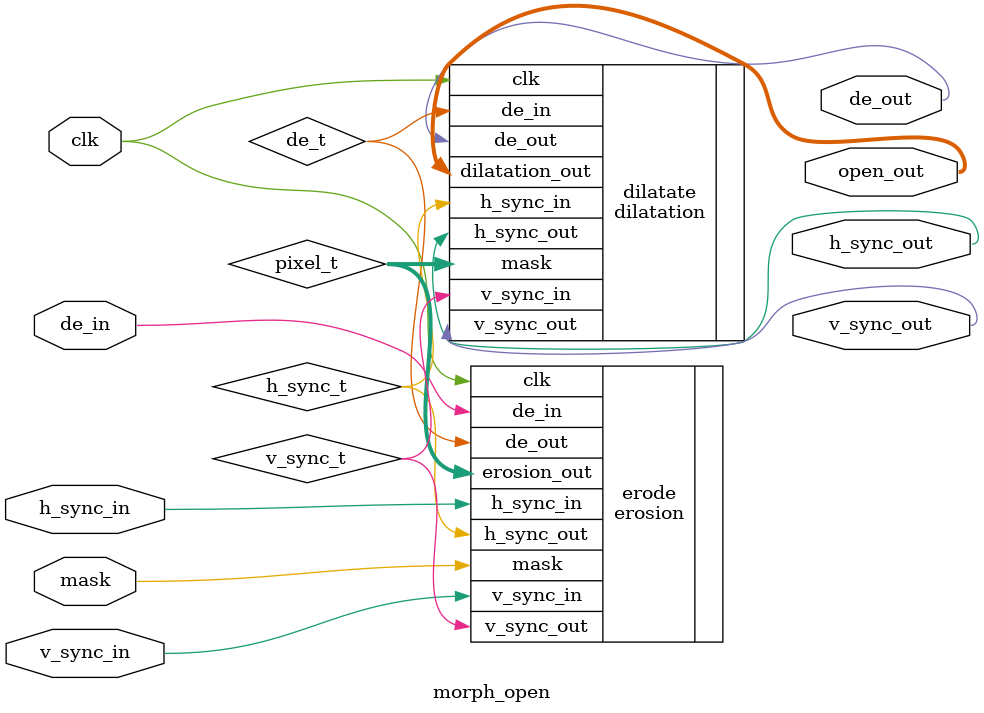
<source format=v>
`timescale 1ns / 1ps


module morph_open #(
    parameter IMG_H = 83
)
(
    input clk,
    input mask,
    input de_in,
    input h_sync_in,
    input v_sync_in,
    output de_out,
    output h_sync_out,
    output v_sync_out, 
    output [23:0] open_out
);

wire mask_t;
wire de_t;
wire h_sync_t;
wire v_sync_t;
wire [23:0] pixel_t;

erosion #(
    .IMG_H(IMG_H)
) erode (
    .clk(clk),
    .mask(mask),
    .de_in(de_in),
    .h_sync_in(h_sync_in),
    .v_sync_in(v_sync_in),
    .de_out(de_t),
    .h_sync_out(h_sync_t),
    .v_sync_out(v_sync_t),
    .erosion_out(pixel_t)
);

dilatation #(
    .IMG_H(IMG_H)
) dilatate (
    .clk(clk),
    .mask(pixel_t),
    .de_in(de_t),
    .h_sync_in(h_sync_t),
    .v_sync_in(v_sync_t),
    .de_out(de_out),
    .h_sync_out(h_sync_out),
    .v_sync_out(v_sync_out),
    .dilatation_out(open_out)
);

endmodule

</source>
